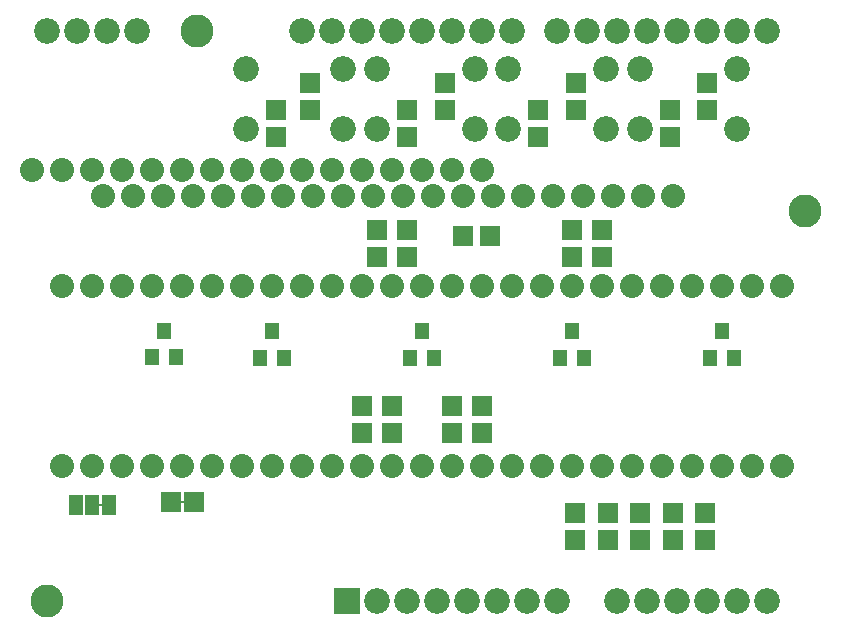
<source format=gbr>
G04 GERBER ASCII OUTPUT FROM: EDWINXP (VER. 1.61 REV. 20080315)*
G04 GERBER FORMAT: RX-274-X*
G04 BOARD: AMICUS_LCD_SHIELD*
G04 ARTWORK OF SOLD.MASK POSITIVE*
%ASAXBY*%
%FSLAX23Y23*%
%MIA0B0*%
%MOIN*%
%OFA0.0000B0.0000*%
%SFA1B1*%
%IJA0B0*%
%INLAYER30POS*%
%IOA0B0*%
%IPPOS*%
%IR0*%
G04 APERTURE MACROS*
%AMEDWDONUT*
1,1,$1,$2,$3*
1,0,$4,$2,$3*
%
%AMEDWFRECT*
20,1,$1,$2,$3,$4,$5,$6*
%
%AMEDWORECT*
20,1,$1,$2,$3,$4,$5,$10*
20,1,$1,$4,$5,$6,$7,$10*
20,1,$1,$6,$7,$8,$9,$10*
20,1,$1,$8,$9,$2,$3,$10*
1,1,$1,$2,$3*
1,1,$1,$4,$5*
1,1,$1,$6,$7*
1,1,$1,$8,$9*
%
%AMEDWLINER*
20,1,$1,$2,$3,$4,$5,$6*
1,1,$1,$2,$3*
1,1,$1,$4,$5*
%
%AMEDWFTRNG*
4,1,3,$1,$2,$3,$4,$5,$6,$7,$8,$9*
%
%AMEDWATRNG*
4,1,3,$1,$2,$3,$4,$5,$6,$7,$8,$9*
20,1,$11,$1,$2,$3,$4,$10*
20,1,$11,$3,$4,$5,$6,$10*
20,1,$11,$5,$6,$7,$8,$10*
1,1,$11,$3,$4*
1,1,$11,$5,$6*
1,1,$11,$7,$8*
%
%AMEDWOTRNG*
20,1,$1,$2,$3,$4,$5,$8*
20,1,$1,$4,$5,$6,$7,$8*
20,1,$1,$6,$7,$2,$3,$8*
1,1,$1,$2,$3*
1,1,$1,$4,$5*
1,1,$1,$6,$7*
%
G04*
G04 APERTURE LIST*
%ADD10R,0.0700X0.0650*%
%ADD11R,0.0940X0.0890*%
%ADD12R,0.0600X0.0550*%
%ADD13R,0.0840X0.0790*%
%ADD14R,0.06693X0.06693*%
%ADD15R,0.09093X0.09093*%
%ADD16R,0.05906X0.05906*%
%ADD17R,0.08306X0.08306*%
%ADD18R,0.04724X0.06693*%
%ADD19R,0.07124X0.09093*%
%ADD20R,0.03937X0.05906*%
%ADD21R,0.06337X0.08306*%
%ADD22R,0.08268X0.05945*%
%ADD23R,0.10668X0.08345*%
%ADD24R,0.07874X0.05906*%
%ADD25R,0.10274X0.08306*%
%ADD26R,0.08268X0.10236*%
%ADD27R,0.10668X0.12636*%
%ADD28R,0.07874X0.09843*%
%ADD29R,0.10274X0.12243*%
%ADD30R,0.08661X0.02756*%
%ADD31R,0.11061X0.05156*%
%ADD32R,0.07874X0.01969*%
%ADD33R,0.10274X0.04369*%
%ADD34R,0.0650X0.0700*%
%ADD35R,0.0890X0.0940*%
%ADD36R,0.0550X0.0600*%
%ADD37R,0.0790X0.0840*%
%ADD38R,0.0250X0.0600*%
%ADD39R,0.0490X0.0840*%
%ADD40R,0.0150X0.0500*%
%ADD41R,0.0390X0.0740*%
%ADD42R,0.04724X0.01378*%
%ADD43R,0.06299X0.02953*%
%ADD44R,0.04331X0.00984*%
%ADD45R,0.05906X0.02559*%
%ADD46R,0.0500X0.0580*%
%ADD47R,0.0740X0.0820*%
%ADD48R,0.0400X0.0480*%
%ADD49R,0.0640X0.0720*%
%ADD50R,0.07087X0.06693*%
%ADD51R,0.10236X0.09843*%
%ADD52R,0.06299X0.05906*%
%ADD53R,0.09449X0.09055*%
%ADD54R,0.06693X0.07087*%
%ADD55R,0.09843X0.10236*%
%ADD56R,0.05906X0.06299*%
%ADD57R,0.09055X0.09449*%
%ADD58R,0.0860X0.0860*%
%ADD59R,0.1100X0.1100*%
%ADD60R,0.0700X0.0700*%
%ADD61R,0.0940X0.0940*%
%ADD62C,0.00039*%
%ADD64C,0.00054*%
%ADD65R,0.00054X0.00054*%
%ADD66C,0.0010*%
%ADD68C,0.00112*%
%ADD69R,0.00112X0.00112*%
%ADD70C,0.00118*%
%ADD72C,0.00121*%
%ADD73R,0.00121X0.00121*%
%ADD74C,0.0020*%
%ADD75R,0.0020X0.0020*%
%ADD76C,0.0023*%
%ADD77R,0.0023X0.0023*%
%ADD78C,0.00236*%
%ADD80C,0.00238*%
%ADD81R,0.00238X0.00238*%
%ADD82C,0.00288*%
%ADD83R,0.00288X0.00288*%
%ADD84C,0.0030*%
%ADD85R,0.0030X0.0030*%
%ADD86C,0.00355*%
%ADD87R,0.00355X0.00355*%
%ADD88C,0.00394*%
%ADD90C,0.0040*%
%ADD91R,0.0040X0.0040*%
%ADD92C,0.00406*%
%ADD93R,0.00406X0.00406*%
%ADD94C,0.00464*%
%ADD95R,0.00464X0.00464*%
%ADD96C,0.00472*%
%ADD98C,0.0050*%
%ADD99R,0.0050X0.0050*%
%ADD100C,0.00512*%
%ADD101R,0.00512X0.00512*%
%ADD102C,0.00523*%
%ADD103R,0.00523X0.00523*%
%ADD104C,0.00581*%
%ADD105R,0.00581X0.00581*%
%ADD106C,0.00589*%
%ADD107R,0.00589X0.00589*%
%ADD108C,0.00591*%
%ADD109R,0.00591X0.00591*%
%ADD110C,0.0064*%
%ADD111R,0.0064X0.0064*%
%ADD112C,0.00647*%
%ADD113R,0.00647X0.00647*%
%ADD114C,0.00659*%
%ADD115R,0.00659X0.00659*%
%ADD116C,0.00669*%
%ADD118C,0.00704*%
%ADD119R,0.00704X0.00704*%
%ADD120C,0.00706*%
%ADD121R,0.00706X0.00706*%
%ADD122C,0.00764*%
%ADD123R,0.00764X0.00764*%
%ADD124C,0.00787*%
%ADD125R,0.00787X0.00787*%
%ADD126C,0.00799*%
%ADD128C,0.0080*%
%ADD130C,0.00821*%
%ADD131R,0.00821X0.00821*%
%ADD132C,0.00823*%
%ADD133R,0.00823X0.00823*%
%ADD134C,0.00866*%
%ADD136C,0.00875*%
%ADD137R,0.00875X0.00875*%
%ADD138C,0.00881*%
%ADD139R,0.00881X0.00881*%
%ADD140C,0.0090*%
%ADD141R,0.0090X0.0090*%
%ADD142C,0.00939*%
%ADD143R,0.00939X0.00939*%
%ADD144C,0.00975*%
%ADD145R,0.00975X0.00975*%
%ADD146C,0.00984*%
%ADD147R,0.00984X0.00984*%
%ADD148C,0.00992*%
%ADD149R,0.00992X0.00992*%
%ADD150C,0.00993*%
%ADD151R,0.00993X0.00993*%
%ADD152C,0.0100*%
%ADD153R,0.0100X0.0100*%
%ADD154C,0.01051*%
%ADD155R,0.01051X0.01051*%
%ADD156C,0.01052*%
%ADD157R,0.01052X0.01052*%
%ADD158C,0.01056*%
%ADD159R,0.01056X0.01056*%
%ADD160C,0.01109*%
%ADD161R,0.01109X0.01109*%
%ADD162C,0.01111*%
%ADD163R,0.01111X0.01111*%
%ADD164C,0.01168*%
%ADD165R,0.01168X0.01168*%
%ADD166C,0.01181*%
%ADD168C,0.0120*%
%ADD170C,0.0120*%
%ADD172C,0.01227*%
%ADD173R,0.01227X0.01227*%
%ADD174C,0.01227*%
%ADD175R,0.01227X0.01227*%
%ADD176C,0.01231*%
%ADD177R,0.01231X0.01231*%
%ADD178C,0.01285*%
%ADD179R,0.01285X0.01285*%
%ADD180C,0.01291*%
%ADD181R,0.01291X0.01291*%
%ADD182C,0.0130*%
%ADD184C,0.01344*%
%ADD185R,0.01344X0.01344*%
%ADD186C,0.01345*%
%ADD187R,0.01345X0.01345*%
%ADD188C,0.01349*%
%ADD189R,0.01349X0.01349*%
%ADD190C,0.01402*%
%ADD191R,0.01402X0.01402*%
%ADD192C,0.01403*%
%ADD193R,0.01403X0.01403*%
%ADD194C,0.01408*%
%ADD195R,0.01408X0.01408*%
%ADD196C,0.01461*%
%ADD197R,0.01461X0.01461*%
%ADD198C,0.01467*%
%ADD199R,0.01467X0.01467*%
%ADD200C,0.0150*%
%ADD201R,0.0150X0.0150*%
%ADD202C,0.01502*%
%ADD203R,0.01502X0.01502*%
%ADD204C,0.01519*%
%ADD205R,0.01519X0.01519*%
%ADD206C,0.01575*%
%ADD208C,0.01577*%
%ADD209R,0.01577X0.01577*%
%ADD210C,0.01579*%
%ADD211R,0.01579X0.01579*%
%ADD212C,0.01584*%
%ADD213R,0.01584X0.01584*%
%ADD214C,0.01636*%
%ADD215R,0.01636X0.01636*%
%ADD216C,0.01637*%
%ADD217R,0.01637X0.01637*%
%ADD218C,0.01694*%
%ADD219R,0.01694X0.01694*%
%ADD220C,0.01701*%
%ADD221R,0.01701X0.01701*%
%ADD222C,0.01753*%
%ADD223R,0.01753X0.01753*%
%ADD224C,0.0176*%
%ADD225R,0.0176X0.0176*%
%ADD226C,0.01816*%
%ADD227R,0.01816X0.01816*%
%ADD228C,0.0187*%
%ADD229R,0.0187X0.0187*%
%ADD230C,0.01877*%
%ADD231R,0.01877X0.01877*%
%ADD232C,0.01928*%
%ADD233R,0.01928X0.01928*%
%ADD234C,0.01969*%
%ADD235R,0.01969X0.01969*%
%ADD236C,0.01971*%
%ADD237R,0.01971X0.01971*%
%ADD238C,0.01994*%
%ADD239R,0.01994X0.01994*%
%ADD240C,0.02045*%
%ADD241R,0.02045X0.02045*%
%ADD242C,0.02046*%
%ADD243R,0.02046X0.02046*%
%ADD244C,0.02053*%
%ADD245R,0.02053X0.02053*%
%ADD246C,0.02105*%
%ADD247R,0.02105X0.02105*%
%ADD248C,0.0217*%
%ADD249R,0.0217X0.0217*%
%ADD250C,0.0222*%
%ADD251R,0.0222X0.0222*%
%ADD252C,0.02229*%
%ADD253R,0.02229X0.02229*%
%ADD254C,0.02279*%
%ADD255R,0.02279X0.02279*%
%ADD256C,0.02337*%
%ADD257R,0.02337X0.02337*%
%ADD258C,0.02339*%
%ADD259R,0.02339X0.02339*%
%ADD260C,0.02362*%
%ADD261R,0.02362X0.02362*%
%ADD262C,0.02395*%
%ADD263R,0.02395X0.02395*%
%ADD264C,0.0240*%
%ADD265R,0.0240X0.0240*%
%ADD266C,0.0240*%
%ADD267R,0.0240X0.0240*%
%ADD268C,0.02405*%
%ADD269R,0.02405X0.02405*%
%ADD270C,0.02464*%
%ADD271R,0.02464X0.02464*%
%ADD272C,0.0250*%
%ADD273R,0.0250X0.0250*%
%ADD274C,0.02512*%
%ADD275R,0.02512X0.02512*%
%ADD276C,0.02581*%
%ADD277R,0.02581X0.02581*%
%ADD278C,0.02629*%
%ADD279R,0.02629X0.02629*%
%ADD280C,0.02631*%
%ADD281R,0.02631X0.02631*%
%ADD282C,0.02636*%
%ADD284C,0.0264*%
%ADD285R,0.0264X0.0264*%
%ADD286C,0.02688*%
%ADD287R,0.02688X0.02688*%
%ADD288C,0.02698*%
%ADD289R,0.02698X0.02698*%
%ADD290C,0.02746*%
%ADD291R,0.02746X0.02746*%
%ADD292C,0.02794*%
%ADD294C,0.02804*%
%ADD295R,0.02804X0.02804*%
%ADD296C,0.02816*%
%ADD297R,0.02816X0.02816*%
%ADD298C,0.02863*%
%ADD299R,0.02863X0.02863*%
%ADD300C,0.02874*%
%ADD301R,0.02874X0.02874*%
%ADD302C,0.0290*%
%ADD304C,0.02923*%
%ADD305R,0.02923X0.02923*%
%ADD306C,0.02933*%
%ADD307R,0.02933X0.02933*%
%ADD308C,0.02991*%
%ADD309R,0.02991X0.02991*%
%ADD310C,0.02992*%
%ADD311R,0.02992X0.02992*%
%ADD312C,0.0300*%
%ADD313R,0.0300X0.0300*%
%ADD314C,0.03038*%
%ADD315R,0.03038X0.03038*%
%ADD316C,0.0304*%
%ADD317R,0.0304X0.0304*%
%ADD318C,0.03046*%
%ADD319R,0.03046X0.03046*%
%ADD320C,0.0305*%
%ADD321R,0.0305X0.0305*%
%ADD322C,0.03059*%
%ADD323R,0.03059X0.03059*%
%ADD324C,0.03069*%
%ADD325R,0.03069X0.03069*%
%ADD326C,0.03097*%
%ADD327R,0.03097X0.03097*%
%ADD328C,0.03099*%
%ADD329R,0.03099X0.03099*%
%ADD330C,0.03104*%
%ADD331R,0.03104X0.03104*%
%ADD332C,0.0315*%
%ADD333R,0.0315X0.0315*%
%ADD334C,0.03199*%
%ADD335R,0.03199X0.03199*%
%ADD336C,0.0320*%
%ADD337R,0.0320X0.0320*%
%ADD338C,0.03226*%
%ADD339R,0.03226X0.03226*%
%ADD340C,0.03266*%
%ADD342C,0.03274*%
%ADD343R,0.03274X0.03274*%
%ADD344C,0.03285*%
%ADD345R,0.03285X0.03285*%
%ADD346C,0.0333*%
%ADD347R,0.0333X0.0333*%
%ADD348C,0.03332*%
%ADD349R,0.03332X0.03332*%
%ADD350C,0.03344*%
%ADD351R,0.03344X0.03344*%
%ADD352C,0.03375*%
%ADD353R,0.03375X0.03375*%
%ADD354C,0.03391*%
%ADD355R,0.03391X0.03391*%
%ADD356C,0.03393*%
%ADD357R,0.03393X0.03393*%
%ADD358C,0.03402*%
%ADD359R,0.03402X0.03402*%
%ADD360C,0.03447*%
%ADD361R,0.03447X0.03447*%
%ADD362C,0.03452*%
%ADD363R,0.03452X0.03452*%
%ADD364C,0.03464*%
%ADD365R,0.03464X0.03464*%
%ADD366C,0.0350*%
%ADD367R,0.0350X0.0350*%
%ADD368C,0.03506*%
%ADD369R,0.03506X0.03506*%
%ADD370C,0.03511*%
%ADD371R,0.03511X0.03511*%
%ADD372C,0.0352*%
%ADD373R,0.0352X0.0352*%
%ADD374C,0.03581*%
%ADD376C,0.0360*%
%ADD377R,0.0360X0.0360*%
%ADD378C,0.03627*%
%ADD379R,0.03627X0.03627*%
%ADD380C,0.03637*%
%ADD381R,0.03637X0.03637*%
%ADD382C,0.03691*%
%ADD383R,0.03691X0.03691*%
%ADD384C,0.03696*%
%ADD385R,0.03696X0.03696*%
%ADD386C,0.0370*%
%ADD388C,0.03745*%
%ADD389R,0.03745X0.03745*%
%ADD390C,0.03749*%
%ADD391R,0.03749X0.03749*%
%ADD392C,0.03754*%
%ADD393R,0.03754X0.03754*%
%ADD394C,0.0380*%
%ADD395R,0.0380X0.0380*%
%ADD396C,0.03802*%
%ADD397R,0.03802X0.03802*%
%ADD398C,0.03808*%
%ADD399R,0.03808X0.03808*%
%ADD400C,0.03861*%
%ADD401R,0.03861X0.03861*%
%ADD402C,0.03867*%
%ADD403R,0.03867X0.03867*%
%ADD404C,0.03872*%
%ADD405R,0.03872X0.03872*%
%ADD406C,0.0390*%
%ADD407R,0.0390X0.0390*%
%ADD408C,0.03902*%
%ADD409R,0.03902X0.03902*%
%ADD410C,0.03919*%
%ADD411R,0.03919X0.03919*%
%ADD412C,0.0393*%
%ADD413R,0.0393X0.0393*%
%ADD414C,0.03937*%
%ADD415R,0.03937X0.03937*%
%ADD416C,0.03973*%
%ADD417R,0.03973X0.03973*%
%ADD418C,0.03977*%
%ADD419R,0.03977X0.03977*%
%ADD420C,0.03984*%
%ADD421R,0.03984X0.03984*%
%ADD422C,0.03989*%
%ADD423R,0.03989X0.03989*%
%ADD424C,0.0400*%
%ADD425R,0.0400X0.0400*%
%ADD426C,0.04031*%
%ADD427R,0.04031X0.04031*%
%ADD428C,0.04036*%
%ADD429R,0.04036X0.04036*%
%ADD430C,0.04048*%
%ADD431R,0.04048X0.04048*%
%ADD432C,0.04094*%
%ADD433R,0.04094X0.04094*%
%ADD434C,0.04101*%
%ADD435R,0.04101X0.04101*%
%ADD436C,0.04106*%
%ADD437R,0.04106X0.04106*%
%ADD438C,0.04153*%
%ADD439R,0.04153X0.04153*%
%ADD440C,0.0416*%
%ADD441R,0.0416X0.0416*%
%ADD442C,0.04165*%
%ADD443R,0.04165X0.04165*%
%ADD444C,0.04173*%
%ADD445R,0.04173X0.04173*%
%ADD446C,0.0427*%
%ADD447R,0.0427X0.0427*%
%ADD448C,0.04277*%
%ADD449R,0.04277X0.04277*%
%ADD450C,0.04328*%
%ADD451R,0.04328X0.04328*%
%ADD452C,0.04341*%
%ADD453R,0.04341X0.04341*%
%ADD454C,0.04371*%
%ADD455R,0.04371X0.04371*%
%ADD456C,0.04394*%
%ADD457R,0.04394X0.04394*%
%ADD458C,0.0440*%
%ADD459R,0.0440X0.0440*%
%ADD460C,0.0444*%
%ADD461R,0.0444X0.0444*%
%ADD462C,0.04443*%
%ADD463R,0.04443X0.04443*%
%ADD464C,0.04445*%
%ADD465R,0.04445X0.04445*%
%ADD466C,0.04446*%
%ADD467R,0.04446X0.04446*%
%ADD468C,0.04453*%
%ADD469R,0.04453X0.04453*%
%ADD470C,0.04458*%
%ADD471R,0.04458X0.04458*%
%ADD472C,0.04499*%
%ADD473R,0.04499X0.04499*%
%ADD474C,0.0450*%
%ADD475R,0.0450X0.0450*%
%ADD476C,0.04505*%
%ADD477R,0.04505X0.04505*%
%ADD478C,0.04517*%
%ADD479R,0.04517X0.04517*%
%ADD480C,0.04557*%
%ADD481R,0.04557X0.04557*%
%ADD482C,0.0457*%
%ADD483R,0.0457X0.0457*%
%ADD484C,0.04576*%
%ADD485R,0.04576X0.04576*%
%ADD486C,0.0462*%
%ADD487R,0.0462X0.0462*%
%ADD488C,0.04629*%
%ADD489R,0.04629X0.04629*%
%ADD490C,0.04634*%
%ADD491R,0.04634X0.04634*%
%ADD492C,0.04679*%
%ADD493R,0.04679X0.04679*%
%ADD494C,0.04693*%
%ADD495R,0.04693X0.04693*%
%ADD496C,0.0470*%
%ADD497R,0.0470X0.0470*%
%ADD498C,0.04724*%
%ADD499R,0.04724X0.04724*%
%ADD500C,0.04737*%
%ADD501R,0.04737X0.04737*%
%ADD502C,0.04739*%
%ADD503R,0.04739X0.04739*%
%ADD504C,0.04762*%
%ADD505R,0.04762X0.04762*%
%ADD506C,0.04795*%
%ADD507R,0.04795X0.04795*%
%ADD508C,0.04805*%
%ADD509R,0.04805X0.04805*%
%ADD510C,0.0481*%
%ADD511R,0.0481X0.0481*%
%ADD512C,0.04864*%
%ADD513R,0.04864X0.04864*%
%ADD514C,0.04869*%
%ADD515R,0.04869X0.04869*%
%ADD516C,0.0490*%
%ADD517R,0.0490X0.0490*%
%ADD518C,0.04911*%
%ADD519R,0.04911X0.04911*%
%ADD520C,0.04912*%
%ADD521R,0.04912X0.04912*%
%ADD522C,0.04928*%
%ADD523R,0.04928X0.04928*%
%ADD524C,0.04966*%
%ADD525R,0.04966X0.04966*%
%ADD526C,0.04981*%
%ADD527R,0.04981X0.04981*%
%ADD528C,0.0500*%
%ADD529R,0.0500X0.0500*%
%ADD530C,0.05028*%
%ADD531R,0.05028X0.05028*%
%ADD532C,0.05029*%
%ADD533R,0.05029X0.05029*%
%ADD534C,0.05031*%
%ADD535R,0.05031X0.05031*%
%ADD536C,0.0504*%
%ADD537R,0.0504X0.0504*%
%ADD538C,0.05045*%
%ADD539R,0.05045X0.05045*%
%ADD540C,0.05083*%
%ADD541R,0.05083X0.05083*%
%ADD542C,0.05086*%
%ADD543R,0.05086X0.05086*%
%ADD544C,0.05088*%
%ADD545R,0.05088X0.05088*%
%ADD546C,0.05098*%
%ADD547R,0.05098X0.05098*%
%ADD548C,0.05118*%
%ADD549R,0.05118X0.05118*%
%ADD550C,0.05146*%
%ADD551R,0.05146X0.05146*%
%ADD552C,0.05204*%
%ADD553R,0.05204X0.05204*%
%ADD554C,0.05216*%
%ADD555R,0.05216X0.05216*%
%ADD556C,0.05221*%
%ADD557R,0.05221X0.05221*%
%ADD558C,0.05263*%
%ADD559R,0.05263X0.05263*%
%ADD560C,0.05274*%
%ADD561R,0.05274X0.05274*%
%ADD562C,0.0528*%
%ADD563R,0.0528X0.0528*%
%ADD564C,0.05317*%
%ADD565R,0.05317X0.05317*%
%ADD566C,0.0532*%
%ADD567R,0.0532X0.0532*%
%ADD568C,0.05323*%
%ADD569R,0.05323X0.05323*%
%ADD570C,0.05333*%
%ADD571R,0.05333X0.05333*%
%ADD572C,0.05392*%
%ADD573R,0.05392X0.05392*%
%ADD574C,0.05397*%
%ADD575R,0.05397X0.05397*%
%ADD576C,0.05434*%
%ADD577R,0.05434X0.05434*%
%ADD578C,0.05438*%
%ADD579R,0.05438X0.05438*%
%ADD580C,0.0544*%
%ADD581R,0.0544X0.0544*%
%ADD582C,0.05446*%
%ADD583R,0.05446X0.05446*%
%ADD584C,0.0545*%
%ADD585R,0.0545X0.0545*%
%ADD586C,0.05497*%
%ADD587R,0.05497X0.05497*%
%ADD588C,0.05499*%
%ADD589R,0.05499X0.05499*%
%ADD590C,0.0550*%
%ADD591R,0.0550X0.0550*%
%ADD592C,0.05514*%
%ADD593R,0.05514X0.05514*%
%ADD594C,0.0555*%
%ADD595R,0.0555X0.0555*%
%ADD596C,0.05573*%
%ADD597R,0.05573X0.05573*%
%ADD598C,0.0560*%
%ADD599R,0.0560X0.0560*%
%ADD600C,0.05626*%
%ADD601R,0.05626X0.05626*%
%ADD602C,0.05631*%
%ADD603R,0.05631X0.05631*%
%ADD604C,0.05674*%
%ADD605R,0.05674X0.05674*%
%ADD606C,0.05685*%
%ADD607R,0.05685X0.05685*%
%ADD608C,0.0570*%
%ADD609R,0.0570X0.0570*%
%ADD610C,0.0573*%
%ADD611R,0.0573X0.0573*%
%ADD612C,0.05732*%
%ADD613R,0.05732X0.05732*%
%ADD614C,0.05744*%
%ADD615R,0.05744X0.05744*%
%ADD616C,0.05749*%
%ADD617R,0.05749X0.05749*%
%ADD618C,0.05791*%
%ADD619R,0.05791X0.05791*%
%ADD620C,0.05802*%
%ADD621R,0.05802X0.05802*%
%ADD622C,0.05807*%
%ADD623R,0.05807X0.05807*%
%ADD624C,0.05847*%
%ADD625R,0.05847X0.05847*%
%ADD626C,0.05864*%
%ADD627R,0.05864X0.05864*%
%ADD628C,0.05866*%
%ADD629R,0.05866X0.05866*%
%ADD630C,0.0590*%
%ADD631R,0.0590X0.0590*%
%ADD632C,0.05906*%
%ADD633R,0.05906X0.05906*%
%ADD634C,0.0592*%
%ADD635R,0.0592X0.0592*%
%ADD636C,0.05945*%
%ADD637R,0.05945X0.05945*%
%ADD638C,0.0600*%
%ADD639R,0.0600X0.0600*%
%ADD640C,0.06018*%
%ADD641R,0.06018X0.06018*%
%ADD642C,0.06037*%
%ADD643R,0.06037X0.06037*%
%ADD644C,0.06076*%
%ADD645R,0.06076X0.06076*%
%ADD646C,0.06096*%
%ADD647R,0.06096X0.06096*%
%ADD648C,0.06101*%
%ADD649R,0.06101X0.06101*%
%ADD650C,0.06154*%
%ADD651R,0.06154X0.06154*%
%ADD652C,0.06159*%
%ADD653R,0.06159X0.06159*%
%ADD654C,0.0620*%
%ADD655R,0.0620X0.0620*%
%ADD656C,0.0620*%
%ADD657R,0.0620X0.0620*%
%ADD658C,0.06201*%
%ADD659R,0.06201X0.06201*%
%ADD660C,0.06272*%
%ADD661R,0.06272X0.06272*%
%ADD662C,0.06299*%
%ADD663R,0.06299X0.06299*%
%ADD664C,0.0633*%
%ADD665R,0.0633X0.0633*%
%ADD666C,0.06335*%
%ADD667R,0.06335X0.06335*%
%ADD668C,0.06337*%
%ADD669R,0.06337X0.06337*%
%ADD670C,0.06373*%
%ADD671R,0.06373X0.06373*%
%ADD672C,0.06389*%
%ADD673R,0.06389X0.06389*%
%ADD674C,0.06394*%
%ADD675R,0.06394X0.06394*%
%ADD676C,0.06427*%
%ADD677R,0.06427X0.06427*%
%ADD678C,0.06431*%
%ADD679R,0.06431X0.06431*%
%ADD680C,0.06448*%
%ADD681R,0.06448X0.06448*%
%ADD682C,0.06453*%
%ADD683R,0.06453X0.06453*%
%ADD684C,0.0650*%
%ADD685R,0.0650X0.0650*%
%ADD686C,0.06506*%
%ADD687R,0.06506X0.06506*%
%ADD688C,0.06565*%
%ADD689R,0.06565X0.06565*%
%ADD690C,0.06687*%
%ADD691R,0.06687X0.06687*%
%ADD692C,0.06693*%
%ADD693R,0.06693X0.06693*%
%ADD694C,0.06741*%
%ADD695R,0.06741X0.06741*%
%ADD696C,0.0680*%
%ADD697R,0.0680X0.0680*%
%ADD698C,0.06805*%
%ADD699R,0.06805X0.06805*%
%ADD700C,0.0684*%
%ADD701R,0.0684X0.0684*%
%ADD702C,0.0684*%
%ADD703R,0.0684X0.0684*%
%ADD704C,0.06843*%
%ADD705R,0.06843X0.06843*%
%ADD706C,0.06858*%
%ADD707R,0.06858X0.06858*%
%ADD708C,0.06863*%
%ADD709R,0.06863X0.06863*%
%ADD710C,0.06899*%
%ADD711R,0.06899X0.06899*%
%ADD712C,0.0690*%
%ADD713R,0.0690X0.0690*%
%ADD714C,0.06906*%
%ADD715R,0.06906X0.06906*%
%ADD716C,0.06917*%
%ADD717R,0.06917X0.06917*%
%ADD718C,0.06957*%
%ADD719R,0.06957X0.06957*%
%ADD720C,0.06976*%
%ADD721R,0.06976X0.06976*%
%ADD722C,0.06981*%
%ADD723R,0.06981X0.06981*%
%ADD724C,0.0700*%
%ADD725R,0.0700X0.0700*%
%ADD726C,0.07034*%
%ADD727R,0.07034X0.07034*%
%ADD728C,0.07039*%
%ADD729R,0.07039X0.07039*%
%ADD730C,0.07093*%
%ADD731R,0.07093X0.07093*%
%ADD732C,0.07098*%
%ADD733R,0.07098X0.07098*%
%ADD734C,0.0710*%
%ADD735R,0.0710X0.0710*%
%ADD736C,0.07124*%
%ADD737R,0.07124X0.07124*%
%ADD738C,0.0721*%
%ADD739R,0.0721X0.0721*%
%ADD740C,0.07215*%
%ADD741R,0.07215X0.07215*%
%ADD742C,0.07245*%
%ADD743R,0.07245X0.07245*%
%ADD744C,0.07269*%
%ADD745R,0.07269X0.07269*%
%ADD746C,0.07311*%
%ADD747R,0.07311X0.07311*%
%ADD748C,0.07328*%
%ADD749R,0.07328X0.07328*%
%ADD750C,0.07366*%
%ADD751R,0.07366X0.07366*%
%ADD752C,0.0740*%
%ADD753R,0.0740X0.0740*%
%ADD754C,0.07428*%
%ADD755R,0.07428X0.07428*%
%ADD756C,0.07445*%
%ADD757R,0.07445X0.07445*%
%ADD758C,0.0745*%
%ADD759R,0.0745X0.0745*%
%ADD760C,0.07483*%
%ADD761R,0.07483X0.07483*%
%ADD762C,0.07486*%
%ADD763R,0.07486X0.07486*%
%ADD764C,0.0750*%
%ADD765R,0.0750X0.0750*%
%ADD766C,0.07598*%
%ADD768C,0.0760*%
%ADD770C,0.07621*%
%ADD771R,0.07621X0.07621*%
%ADD772C,0.0768*%
%ADD773R,0.0768X0.0768*%
%ADD774C,0.07717*%
%ADD775R,0.07717X0.07717*%
%ADD776C,0.0772*%
%ADD777R,0.0772X0.0772*%
%ADD778C,0.07797*%
%ADD779R,0.07797X0.07797*%
%ADD780C,0.07834*%
%ADD781R,0.07834X0.07834*%
%ADD782C,0.07874*%
%ADD783R,0.07874X0.07874*%
%ADD784C,0.0790*%
%ADD785R,0.0790X0.0790*%
%ADD786C,0.07914*%
%ADD787R,0.07914X0.07914*%
%ADD788C,0.07951*%
%ADD789R,0.07951X0.07951*%
%ADD790C,0.07973*%
%ADD791R,0.07973X0.07973*%
%ADD792C,0.07978*%
%ADD793R,0.07978X0.07978*%
%ADD794C,0.0800*%
%ADD795R,0.0800X0.0800*%
%ADD796C,0.08004*%
%ADD797R,0.08004X0.08004*%
%ADD798C,0.08031*%
%ADD799R,0.08031X0.08031*%
%ADD800C,0.08068*%
%ADD801R,0.08068X0.08068*%
%ADD802C,0.0810*%
%ADD803R,0.0810X0.0810*%
%ADD804C,0.08149*%
%ADD805R,0.08149X0.08149*%
%ADD806C,0.08207*%
%ADD807R,0.08207X0.08207*%
%ADD808C,0.08266*%
%ADD809R,0.08266X0.08266*%
%ADD810C,0.08268*%
%ADD811R,0.08268X0.08268*%
%ADD812C,0.08296*%
%ADD813R,0.08296X0.08296*%
%ADD814C,0.08306*%
%ADD815R,0.08306X0.08306*%
%ADD816C,0.08345*%
%ADD817R,0.08345X0.08345*%
%ADD818C,0.0840*%
%ADD819R,0.0840X0.0840*%
%ADD820C,0.08418*%
%ADD821R,0.08418X0.08418*%
%ADD822C,0.08476*%
%ADD823R,0.08476X0.08476*%
%ADD824C,0.08501*%
%ADD825R,0.08501X0.08501*%
%ADD826C,0.08559*%
%ADD827R,0.08559X0.08559*%
%ADD828C,0.08598*%
%ADD830C,0.0860*%
%ADD831R,0.0860X0.0860*%
%ADD832C,0.08601*%
%ADD833R,0.08601X0.08601*%
%ADD834C,0.08661*%
%ADD835R,0.08661X0.08661*%
%ADD836C,0.08682*%
%ADD837R,0.08682X0.08682*%
%ADD838C,0.0870*%
%ADD839R,0.0870X0.0870*%
%ADD840C,0.08735*%
%ADD841R,0.08735X0.08735*%
%ADD842C,0.08794*%
%ADD843R,0.08794X0.08794*%
%ADD844C,0.08827*%
%ADD845R,0.08827X0.08827*%
%ADD846C,0.08853*%
%ADD847R,0.08853X0.08853*%
%ADD848C,0.08858*%
%ADD849R,0.08858X0.08858*%
%ADD850C,0.0890*%
%ADD851R,0.0890X0.0890*%
%ADD852C,0.08917*%
%ADD853R,0.08917X0.08917*%
%ADD854C,0.0900*%
%ADD855R,0.0900X0.0900*%
%ADD856C,0.09087*%
%ADD857R,0.09087X0.09087*%
%ADD858C,0.09093*%
%ADD859R,0.09093X0.09093*%
%ADD860C,0.09205*%
%ADD861R,0.09205X0.09205*%
%ADD862C,0.09231*%
%ADD863R,0.09231X0.09231*%
%ADD864C,0.0924*%
%ADD865R,0.0924X0.0924*%
%ADD866C,0.09263*%
%ADD867R,0.09263X0.09263*%
%ADD868C,0.09381*%
%ADD869R,0.09381X0.09381*%
%ADD870C,0.09386*%
%ADD871R,0.09386X0.09386*%
%ADD872C,0.0940*%
%ADD873R,0.0940X0.0940*%
%ADD874C,0.09439*%
%ADD875R,0.09439X0.09439*%
%ADD876C,0.09449*%
%ADD877R,0.09449X0.09449*%
%ADD878C,0.09498*%
%ADD879R,0.09498X0.09498*%
%ADD880C,0.09615*%
%ADD881R,0.09615X0.09615*%
%ADD882C,0.09645*%
%ADD883R,0.09645X0.09645*%
%ADD884C,0.0970*%
%ADD885R,0.0970X0.0970*%
%ADD886C,0.09843*%
%ADD887R,0.09843X0.09843*%
%ADD888C,0.0985*%
%ADD889R,0.0985X0.0985*%
%ADD890C,0.0990*%
%ADD891R,0.0990X0.0990*%
%ADD892C,0.09997*%
%ADD893R,0.09997X0.09997*%
%ADD894C,0.09998*%
%ADD896C,0.1000*%
%ADD897R,0.1000X0.1000*%
%ADD898C,0.1009*%
%ADD899R,0.1009X0.1009*%
%ADD900C,0.10236*%
%ADD901R,0.10236X0.10236*%
%ADD902C,0.10274*%
%ADD903R,0.10274X0.10274*%
%ADD904C,0.10351*%
%ADD905R,0.10351X0.10351*%
%ADD906C,0.10378*%
%ADD907R,0.10378X0.10378*%
%ADD908C,0.1040*%
%ADD909R,0.1040X0.1040*%
%ADD910C,0.10404*%
%ADD911R,0.10404X0.10404*%
%ADD912C,0.10468*%
%ADD913R,0.10468X0.10468*%
%ADD914C,0.10518*%
%ADD915R,0.10518X0.10518*%
%ADD916C,0.10668*%
%ADD917R,0.10668X0.10668*%
%ADD918C,0.10676*%
%ADD919R,0.10676X0.10676*%
%ADD920C,0.10696*%
%ADD921R,0.10696X0.10696*%
%ADD922C,0.10735*%
%ADD923R,0.10735X0.10735*%
%ADD924C,0.10816*%
%ADD925R,0.10816X0.10816*%
%ADD926C,0.10911*%
%ADD927R,0.10911X0.10911*%
%ADD928C,0.10998*%
%ADD930C,0.1100*%
%ADD931R,0.1100X0.1100*%
%ADD932C,0.11061*%
%ADD933R,0.11061X0.11061*%
%ADD934C,0.11082*%
%ADD935R,0.11082X0.11082*%
%ADD936C,0.1110*%
%ADD937R,0.1110X0.1110*%
%ADD938C,0.1120*%
%ADD939R,0.1120X0.1120*%
%ADD940C,0.11258*%
%ADD941R,0.11258X0.11258*%
%ADD942C,0.11263*%
%ADD943R,0.11263X0.11263*%
%ADD944C,0.11317*%
%ADD945R,0.11317X0.11317*%
%ADD946C,0.1140*%
%ADD947R,0.1140X0.1140*%
%ADD948C,0.1150*%
%ADD949R,0.1150X0.1150*%
%ADD950C,0.1151*%
%ADD951R,0.1151X0.1151*%
%ADD952C,0.11556*%
%ADD953R,0.11556X0.11556*%
%ADD954C,0.11627*%
%ADD955R,0.11627X0.11627*%
%ADD956C,0.11631*%
%ADD957R,0.11631X0.11631*%
%ADD958C,0.11786*%
%ADD959R,0.11786X0.11786*%
%ADD960C,0.11791*%
%ADD961R,0.11791X0.11791*%
%ADD962C,0.11849*%
%ADD963R,0.11849X0.11849*%
%ADD964C,0.1200*%
%ADD965R,0.1200X0.1200*%
%ADD966C,0.1210*%
%ADD967R,0.1210X0.1210*%
%ADD968C,0.12202*%
%ADD969R,0.12202X0.12202*%
%ADD970C,0.12243*%
%ADD971R,0.12243X0.12243*%
%ADD972C,0.12397*%
%ADD973R,0.12397X0.12397*%
%ADD974C,0.1240*%
%ADD975R,0.1240X0.1240*%
%ADD976C,0.12436*%
%ADD977R,0.12436X0.12436*%
%ADD978C,0.1249*%
%ADD979R,0.1249X0.1249*%
%ADD980C,0.1250*%
%ADD981R,0.1250X0.1250*%
%ADD982C,0.12636*%
%ADD983R,0.12636X0.12636*%
%ADD984C,0.12918*%
%ADD985R,0.12918X0.12918*%
%ADD986C,0.12992*%
%ADD987R,0.12992X0.12992*%
%ADD988C,0.1300*%
%ADD989R,0.1300X0.1300*%
%ADD990C,0.13076*%
%ADD991R,0.13076X0.13076*%
%ADD992C,0.13135*%
%ADD993R,0.13135X0.13135*%
%ADD994C,0.13216*%
%ADD995R,0.13216X0.13216*%
%ADD996C,0.13311*%
%ADD997R,0.13311X0.13311*%
%ADD998C,0.1340*%
%ADD999R,0.1340X0.1340*%
G04*
D830*
X1800Y2000D02*D03*
X1900Y2000D02*D03*
X2000Y2000D02*D03*
X2100Y2000D02*D03*
X2200Y2000D02*D03*
X2300Y2000D02*D03*
X2400Y2000D02*D03*
X2500Y2000D02*D03*
X1300Y100D02*D03*
X1400Y100D02*D03*
X1500Y100D02*D03*
X1600Y100D02*D03*
X1700Y100D02*D03*
X1800Y100D02*D03*
X950Y2000D02*D03*
X1050Y2000D02*D03*
X1150Y2000D02*D03*
X1250Y2000D02*D03*
X1350Y2000D02*D03*
X1450Y2000D02*D03*
X1550Y2000D02*D03*
X1650Y2000D02*D03*
X2000Y100D02*D03*
X2100Y100D02*D03*
X2200Y100D02*D03*
X2300Y100D02*D03*
X2400Y100D02*D03*
X2500Y100D02*D03*
D794*
X288Y1450D02*D03*
X388Y1450D02*D03*
X488Y1450D02*D03*
X588Y1450D02*D03*
X688Y1450D02*D03*
X788Y1450D02*D03*
X888Y1450D02*D03*
X988Y1450D02*D03*
X1088Y1450D02*D03*
X1188Y1450D02*D03*
X1288Y1450D02*D03*
X1388Y1450D02*D03*
X1488Y1450D02*D03*
X1588Y1450D02*D03*
X1688Y1450D02*D03*
X1788Y1450D02*D03*
X1888Y1450D02*D03*
X1988Y1450D02*D03*
X2088Y1450D02*D03*
X2188Y1450D02*D03*
X50Y1538D02*D03*
X150Y1538D02*D03*
X250Y1538D02*D03*
X350Y1538D02*D03*
X450Y1538D02*D03*
X550Y1538D02*D03*
X650Y1538D02*D03*
X750Y1538D02*D03*
X850Y1538D02*D03*
X950Y1538D02*D03*
X1050Y1538D02*D03*
X1150Y1538D02*D03*
X1250Y1538D02*D03*
X1350Y1538D02*D03*
X1450Y1538D02*D03*
X1550Y1538D02*D03*
D828*
X1525Y1675D02*D03*
X1525Y1875D02*D03*
X1201Y1875D02*D03*
X1201Y1675D02*D03*
X1962Y1675D02*D03*
X1963Y1875D02*D03*
X1638Y1875D02*D03*
X1638Y1675D02*D03*
X2400Y1675D02*D03*
X2400Y1875D02*D03*
X2076Y1875D02*D03*
X2076Y1675D02*D03*
D34* 
X2175Y1738D02*D03*
X2175Y1648D02*D03*
X2300Y1828D02*D03*
X2300Y1738D02*D03*
X1863Y1828D02*D03*
X1863Y1738D02*D03*
X1425Y1828D02*D03*
X1425Y1738D02*D03*
X975Y1828D02*D03*
X975Y1738D02*D03*
D10* 
X1486Y1319D02*D03*
X1576Y1319D02*D03*
D34* 
X863Y1738D02*D03*
X863Y1648D02*D03*
X1300Y1738D02*D03*
X1300Y1648D02*D03*
X1738Y1738D02*D03*
X1738Y1648D02*D03*
D828*
X1087Y1675D02*D03*
X1088Y1875D02*D03*
X763Y1875D02*D03*
X763Y1675D02*D03*
D794*
X2150Y550D02*D03*
X2250Y550D02*D03*
X2350Y550D02*D03*
X2450Y550D02*D03*
X2550Y550D02*D03*
X2550Y1150D02*D03*
X2450Y1150D02*D03*
X2350Y1150D02*D03*
X2250Y1150D02*D03*
X2150Y1150D02*D03*
X1650Y550D02*D03*
X1750Y550D02*D03*
X1850Y550D02*D03*
X1950Y550D02*D03*
X2050Y550D02*D03*
X2050Y1150D02*D03*
X1950Y1150D02*D03*
X1850Y1150D02*D03*
X1750Y1150D02*D03*
X1650Y1150D02*D03*
D34* 
X1860Y305D02*D03*
X1860Y395D02*D03*
X1969Y305D02*D03*
X1969Y395D02*D03*
X1300Y1248D02*D03*
X1300Y1338D02*D03*
X1200Y1248D02*D03*
X1200Y1338D02*D03*
X1550Y663D02*D03*
X1550Y753D02*D03*
X2077Y305D02*D03*
X2077Y395D02*D03*
X2185Y305D02*D03*
X2185Y395D02*D03*
X2293Y305D02*D03*
X2293Y395D02*D03*
X1850Y1248D02*D03*
X1850Y1338D02*D03*
X1950Y1248D02*D03*
X1950Y1338D02*D03*
X1450Y663D02*D03*
X1450Y753D02*D03*
X1250Y663D02*D03*
X1250Y753D02*D03*
X1150Y663D02*D03*
X1150Y753D02*D03*
D830*
X100Y2000D02*D03*
X200Y2000D02*D03*
X300Y2000D02*D03*
X400Y2000D02*D03*
D794*
X1150Y550D02*D03*
X1250Y550D02*D03*
X1350Y550D02*D03*
X1450Y550D02*D03*
X1550Y550D02*D03*
X1550Y1150D02*D03*
X1450Y1150D02*D03*
X1350Y1150D02*D03*
X1250Y1150D02*D03*
X1150Y1150D02*D03*
X650Y550D02*D03*
X750Y550D02*D03*
X850Y550D02*D03*
X950Y550D02*D03*
X1050Y550D02*D03*
X1050Y1150D02*D03*
X950Y1150D02*D03*
X850Y1150D02*D03*
X750Y1150D02*D03*
X650Y1150D02*D03*
X150Y550D02*D03*
X250Y550D02*D03*
X350Y550D02*D03*
X450Y550D02*D03*
X550Y550D02*D03*
X550Y1150D02*D03*
X450Y1150D02*D03*
X350Y1150D02*D03*
X250Y1150D02*D03*
X150Y1150D02*D03*
D46* 
X531Y915D02*D03*
X451Y915D02*D03*
X491Y1003D02*D03*
X890Y912D02*D03*
X810Y912D02*D03*
X850Y1000D02*D03*
X1390Y912D02*D03*
X1310Y912D02*D03*
X1350Y1000D02*D03*
X1890Y912D02*D03*
X1810Y912D02*D03*
X1850Y1000D02*D03*
X2390Y912D02*D03*
X2310Y912D02*D03*
X2350Y1000D02*D03*
D930*
X2625Y1400D02*D03*
D14* 
X591Y433D02*D03*
X512Y433D02*D03*
D18* 
X305Y423D02*D03*
X251Y423D02*D03*
X197Y423D02*D03*
D58* 
X1100Y100D02*D03*
D830*
X1200Y100D02*D03*
D930*
X100Y100D02*D03*
X600Y2000D02*D03*
D116*
X305Y423D02*
X256Y423D01*
D128*
X256Y423D02*
X305Y423D01*
X512Y433D02*
X591Y433D01*
M02*

</source>
